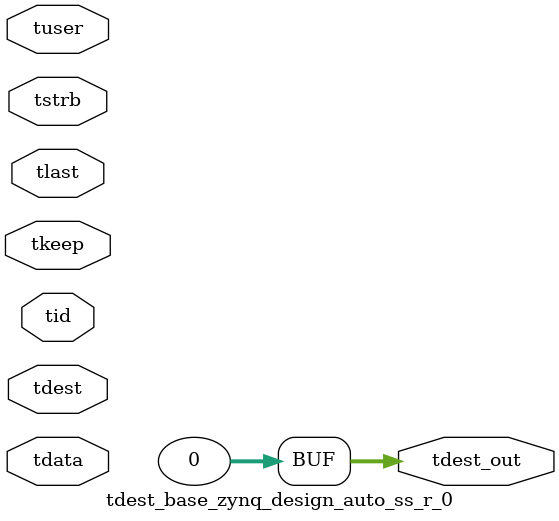
<source format=v>


`timescale 1ps/1ps

module tdest_base_zynq_design_auto_ss_r_0 #
(
parameter C_S_AXIS_TDATA_WIDTH = 32,
parameter C_S_AXIS_TUSER_WIDTH = 0,
parameter C_S_AXIS_TID_WIDTH   = 0,
parameter C_S_AXIS_TDEST_WIDTH = 0,
parameter C_M_AXIS_TDEST_WIDTH = 32
)
(
input  [(C_S_AXIS_TDATA_WIDTH == 0 ? 1 : C_S_AXIS_TDATA_WIDTH)-1:0     ] tdata,
input  [(C_S_AXIS_TUSER_WIDTH == 0 ? 1 : C_S_AXIS_TUSER_WIDTH)-1:0     ] tuser,
input  [(C_S_AXIS_TID_WIDTH   == 0 ? 1 : C_S_AXIS_TID_WIDTH)-1:0       ] tid,
input  [(C_S_AXIS_TDEST_WIDTH == 0 ? 1 : C_S_AXIS_TDEST_WIDTH)-1:0     ] tdest,
input  [(C_S_AXIS_TDATA_WIDTH/8)-1:0 ] tkeep,
input  [(C_S_AXIS_TDATA_WIDTH/8)-1:0 ] tstrb,
input                                                                    tlast,
output [C_M_AXIS_TDEST_WIDTH-1:0] tdest_out
);

assign tdest_out = {1'b0};

endmodule


</source>
